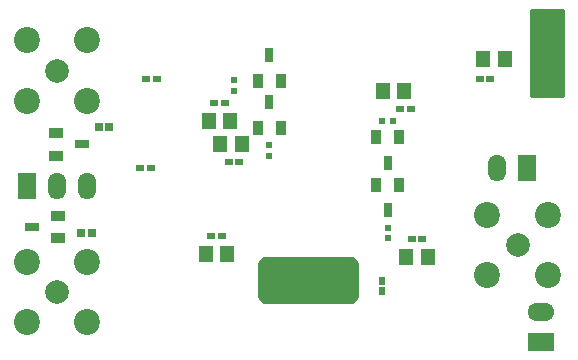
<source format=gbs>
G04 #@! TF.FileFunction,Soldermask,Bot*
%FSLAX46Y46*%
G04 Gerber Fmt 4.6, Leading zero omitted, Abs format (unit mm)*
G04 Created by KiCad (PCBNEW (2014-11-13 BZR 5275)-product) date Thu 13 Nov 2014 07:34:44 PM EST*
%MOMM*%
G01*
G04 APERTURE LIST*
%ADD10C,0.100000*%
%ADD11R,2.286000X1.524000*%
%ADD12O,2.286000X1.524000*%
%ADD13C,2.000000*%
%ADD14C,2.200000*%
%ADD15R,1.524000X2.286000*%
%ADD16O,1.524000X2.286000*%
%ADD17R,0.900000X1.300000*%
%ADD18R,0.800000X1.300000*%
%ADD19R,1.300000X0.900000*%
%ADD20R,1.300000X0.800000*%
%ADD21R,0.600000X0.600000*%
%ADD22R,0.650000X0.700000*%
%ADD23R,0.650000X0.600000*%
%ADD24R,0.600000X0.650000*%
%ADD25R,1.150000X1.450000*%
%ADD26C,0.254000*%
G04 APERTURE END LIST*
D10*
D11*
X133000000Y-88270000D03*
D12*
X133000000Y-85730000D03*
D13*
X92000000Y-84000000D03*
D14*
X89450000Y-81450000D03*
X94550000Y-81450000D03*
X89450000Y-86550000D03*
X94550000Y-86550000D03*
D15*
X89460000Y-75000000D03*
D16*
X92000000Y-75000000D03*
X94540000Y-75000000D03*
D15*
X131770000Y-73500000D03*
D16*
X129230000Y-73500000D03*
D17*
X110950000Y-70100000D03*
X109050000Y-70100000D03*
D18*
X110000000Y-67900000D03*
D17*
X110950000Y-66100000D03*
X109050000Y-66100000D03*
D18*
X110000000Y-63900000D03*
D17*
X119050000Y-74900000D03*
X120950000Y-74900000D03*
D18*
X120000000Y-77100000D03*
D17*
X119050000Y-70900000D03*
X120950000Y-70900000D03*
D18*
X120000000Y-73100000D03*
D19*
X92100000Y-77550000D03*
X92100000Y-79450000D03*
D20*
X89900000Y-78500000D03*
D19*
X91900000Y-72450000D03*
X91900000Y-70550000D03*
D20*
X94100000Y-71500000D03*
D21*
X110000000Y-71550000D03*
X110000000Y-72450000D03*
X107000000Y-66950000D03*
X107000000Y-66050000D03*
X120000000Y-78550000D03*
X120000000Y-79450000D03*
X120450000Y-69500000D03*
X119550000Y-69500000D03*
D22*
X95550000Y-70000000D03*
X96450000Y-70000000D03*
X94050000Y-79000000D03*
X94950000Y-79000000D03*
D23*
X128700000Y-66000000D03*
X127800000Y-66000000D03*
X122050000Y-79500000D03*
X122950000Y-79500000D03*
X99950000Y-73500000D03*
X99050000Y-73500000D03*
D24*
X119500000Y-83950000D03*
X119500000Y-83050000D03*
D23*
X100450000Y-66000000D03*
X99550000Y-66000000D03*
X105050000Y-79250000D03*
X105950000Y-79250000D03*
X106200000Y-68000000D03*
X105300000Y-68000000D03*
X107450000Y-73000000D03*
X106550000Y-73000000D03*
X121050000Y-68500000D03*
X121950000Y-68500000D03*
D25*
X104600000Y-80750000D03*
X106400000Y-80750000D03*
X129900000Y-64250000D03*
X128100000Y-64250000D03*
X107650000Y-71500000D03*
X105850000Y-71500000D03*
X119600000Y-67000000D03*
X121400000Y-67000000D03*
X121600000Y-81000000D03*
X123400000Y-81000000D03*
X106650000Y-69500000D03*
X104850000Y-69500000D03*
D13*
X92000000Y-65250000D03*
D14*
X89450000Y-62700000D03*
X94550000Y-62700000D03*
X89450000Y-67800000D03*
X94550000Y-67800000D03*
D13*
X131000000Y-80000000D03*
D14*
X128450000Y-77450000D03*
X133550000Y-77450000D03*
X128450000Y-82550000D03*
X133550000Y-82550000D03*
D26*
G36*
X134873000Y-67373000D02*
X132127000Y-67373000D01*
X132127000Y-60127000D01*
X134873000Y-60127000D01*
X134873000Y-67373000D01*
X134873000Y-67373000D01*
G37*
X134873000Y-67373000D02*
X132127000Y-67373000D01*
X132127000Y-60127000D01*
X134873000Y-60127000D01*
X134873000Y-67373000D01*
G36*
X117373000Y-84447395D02*
X116947395Y-84873000D01*
X109552605Y-84873000D01*
X109127000Y-84447395D01*
X109127000Y-81552605D01*
X109552605Y-81127000D01*
X116947395Y-81127000D01*
X117373000Y-81552605D01*
X117373000Y-84447395D01*
X117373000Y-84447395D01*
G37*
X117373000Y-84447395D02*
X116947395Y-84873000D01*
X109552605Y-84873000D01*
X109127000Y-84447395D01*
X109127000Y-81552605D01*
X109552605Y-81127000D01*
X116947395Y-81127000D01*
X117373000Y-81552605D01*
X117373000Y-84447395D01*
M02*

</source>
